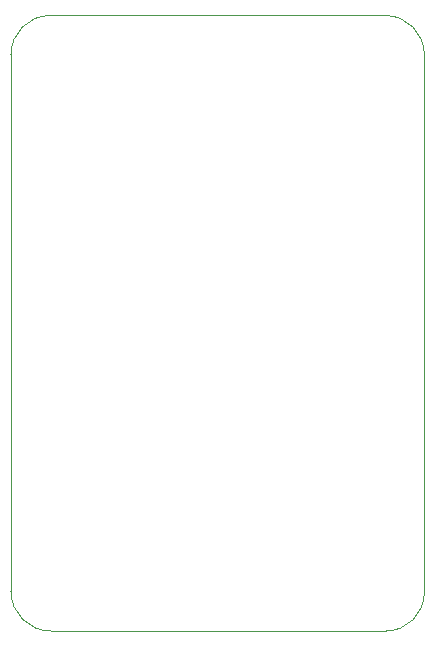
<source format=gbr>
%TF.GenerationSoftware,KiCad,Pcbnew,6.0.10-86aedd382b~118~ubuntu22.04.1*%
%TF.CreationDate,2023-02-07T20:32:30+01:00*%
%TF.ProjectId,mainBoard,6d61696e-426f-4617-9264-2e6b69636164,rev?*%
%TF.SameCoordinates,Original*%
%TF.FileFunction,Profile,NP*%
%FSLAX46Y46*%
G04 Gerber Fmt 4.6, Leading zero omitted, Abs format (unit mm)*
G04 Created by KiCad (PCBNEW 6.0.10-86aedd382b~118~ubuntu22.04.1) date 2023-02-07 20:32:30*
%MOMM*%
%LPD*%
G01*
G04 APERTURE LIST*
%TA.AperFunction,Profile*%
%ADD10C,0.100000*%
%TD*%
G04 APERTURE END LIST*
D10*
X83302000Y-48768000D02*
G75*
G03*
X80000000Y-52070000I0J-3302000D01*
G01*
X111748800Y-100880000D02*
G75*
G03*
X115000000Y-97628800I0J3251200D01*
G01*
X115000000Y-52070000D02*
X115000000Y-97628800D01*
X80000000Y-52070000D02*
X80000000Y-97527200D01*
X115000000Y-52070000D02*
G75*
G03*
X111698000Y-48768000I-3302000J0D01*
G01*
X83302000Y-48768000D02*
X111698000Y-48768000D01*
X83352800Y-100880000D02*
X111748800Y-100880000D01*
X80000000Y-97527200D02*
G75*
G03*
X83352800Y-100880000I3352800J0D01*
G01*
M02*

</source>
